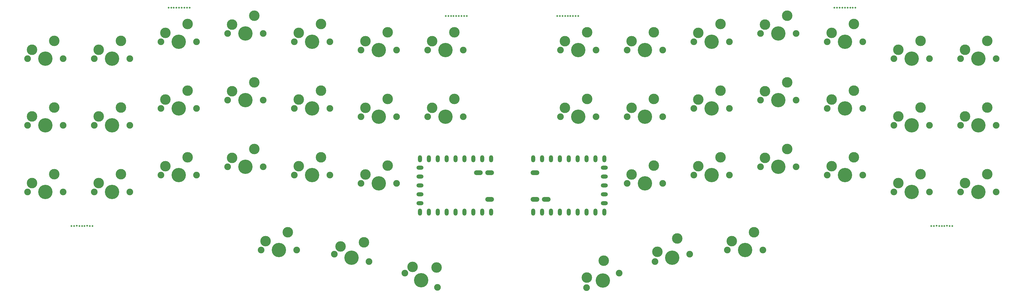
<source format=gts>
%TF.GenerationSoftware,KiCad,Pcbnew,9.0.0*%
%TF.CreationDate,2025-03-23T14:50:22-06:00*%
%TF.ProjectId,travyboard,74726176-7962-46f6-9172-642e6b696361,rev?*%
%TF.SameCoordinates,Original*%
%TF.FileFunction,Soldermask,Top*%
%TF.FilePolarity,Negative*%
%FSLAX46Y46*%
G04 Gerber Fmt 4.6, Leading zero omitted, Abs format (unit mm)*
G04 Created by KiCad (PCBNEW 9.0.0) date 2025-03-23 14:50:22*
%MOMM*%
%LPD*%
G01*
G04 APERTURE LIST*
%ADD10C,1.900000*%
%ADD11C,3.000000*%
%ADD12C,4.100000*%
%ADD13C,0.500000*%
%ADD14O,1.200000X2.000000*%
%ADD15O,2.000000X1.200000*%
%ADD16O,2.504000X1.354000*%
G04 APERTURE END LIST*
D10*
%TO.C,SW32*%
X285100794Y-54738831D03*
D11*
X286370794Y-52198831D03*
D12*
X290180794Y-54738831D03*
D11*
X292720794Y-49658831D03*
D10*
X295260794Y-54738831D03*
%TD*%
%TO.C,SW28*%
X208900730Y-52357831D03*
D11*
X210170730Y-49817831D03*
D12*
X213980730Y-52357831D03*
D11*
X216520730Y-47277831D03*
D10*
X219060730Y-52357831D03*
%TD*%
%TO.C,SW26*%
X285100794Y-35688815D03*
D11*
X286370794Y-33148815D03*
D12*
X290180794Y-35688815D03*
D11*
X292720794Y-30608815D03*
D10*
X295260794Y-35688815D03*
%TD*%
%TO.C,SW40*%
X237475778Y-90457847D03*
D11*
X238745778Y-87917847D03*
D12*
X242555778Y-90457847D03*
D11*
X245095778Y-85377847D03*
D10*
X247635778Y-90457847D03*
%TD*%
%TO.C,SW38*%
X285100794Y-73788847D03*
D11*
X286370794Y-71248847D03*
D12*
X290180794Y-73788847D03*
D11*
X292720794Y-68708847D03*
D10*
X295260794Y-73788847D03*
%TD*%
%TO.C,SW29*%
X227950762Y-49975831D03*
D11*
X229220762Y-47435831D03*
D12*
X233030762Y-49975831D03*
D11*
X235570762Y-44895831D03*
D10*
X238110762Y-49975831D03*
%TD*%
%TO.C,SW30*%
X247000762Y-47594831D03*
D11*
X248270762Y-45054831D03*
D12*
X252080762Y-47594831D03*
D11*
X254620762Y-42514831D03*
D10*
X257160762Y-47594831D03*
%TD*%
%TO.C,SW39*%
X304150810Y-73788847D03*
D11*
X305420810Y-71248847D03*
D12*
X309230810Y-73788847D03*
D11*
X311770810Y-68708847D03*
D10*
X314310810Y-73788847D03*
%TD*%
%TO.C,SW42*%
X197244864Y-101158893D03*
D11*
X197377897Y-98322204D03*
D12*
X201889992Y-99102395D03*
D11*
X202156058Y-93429018D03*
D10*
X206535120Y-97045897D03*
%TD*%
%TO.C,SW37*%
X266050778Y-69025847D03*
D11*
X267320778Y-66485847D03*
D12*
X271130778Y-69025847D03*
D11*
X273670778Y-63945847D03*
D10*
X276210778Y-69025847D03*
%TD*%
%TO.C,SW31*%
X266050778Y-49975831D03*
D11*
X267320778Y-47435831D03*
D12*
X271130778Y-49975831D03*
D11*
X273670778Y-44895831D03*
D10*
X276210778Y-49975831D03*
%TD*%
%TO.C,SW35*%
X227950746Y-69025847D03*
D11*
X229220746Y-66485847D03*
D12*
X233030746Y-69025847D03*
D11*
X235570746Y-63945847D03*
D10*
X238110746Y-69025847D03*
%TD*%
%TO.C,SW34*%
X208900730Y-71407847D03*
D11*
X210170730Y-68867847D03*
D12*
X213980730Y-71407847D03*
D11*
X216520730Y-66327847D03*
D10*
X219060730Y-71407847D03*
%TD*%
%TO.C,SW25*%
X266050778Y-30925815D03*
D11*
X267320778Y-28385815D03*
D12*
X271130778Y-30925815D03*
D11*
X273670778Y-25845815D03*
D10*
X276210778Y-30925815D03*
%TD*%
%TO.C,SW41*%
X216800791Y-93704798D03*
D11*
X217517821Y-90957005D03*
D12*
X221770884Y-92653811D03*
D11*
X223204943Y-87158224D03*
D10*
X226740977Y-91602824D03*
%TD*%
%TO.C,SW49*%
X189850730Y-33307815D03*
D11*
X191120730Y-30767815D03*
D12*
X194930730Y-33307815D03*
D11*
X197470730Y-28227815D03*
D10*
X200010730Y-33307815D03*
%TD*%
%TO.C,SW33*%
X304150810Y-54738831D03*
D11*
X305420810Y-52198831D03*
D12*
X309230810Y-54738831D03*
D11*
X311770810Y-49658831D03*
D10*
X314310810Y-54738831D03*
%TD*%
%TO.C,SW50*%
X189850730Y-52357831D03*
D11*
X191120730Y-49817831D03*
D12*
X194930730Y-52357831D03*
D11*
X197470730Y-47277831D03*
D10*
X200010730Y-52357831D03*
%TD*%
%TO.C,SW24*%
X247000762Y-28544815D03*
D11*
X248270762Y-26004815D03*
D12*
X252080762Y-28544815D03*
D11*
X254620762Y-23464815D03*
D10*
X257160762Y-28544815D03*
%TD*%
%TO.C,SW23*%
X227950746Y-30925815D03*
D11*
X229220746Y-28385815D03*
D12*
X233030746Y-30925815D03*
D11*
X235570746Y-25845815D03*
D10*
X238110746Y-30925815D03*
%TD*%
%TO.C,SW36*%
X247000762Y-66644847D03*
D11*
X248270762Y-64104847D03*
D12*
X252080762Y-66644847D03*
D11*
X254620762Y-61564847D03*
D10*
X257160762Y-66644847D03*
%TD*%
%TO.C,SW22*%
X208900730Y-33307815D03*
D11*
X210170730Y-30767815D03*
D12*
X213980730Y-33307815D03*
D11*
X216520730Y-28227815D03*
D10*
X219060730Y-33307815D03*
%TD*%
%TO.C,SW27*%
X304150810Y-35688815D03*
D11*
X305420810Y-33148815D03*
D12*
X309230810Y-35688815D03*
D11*
X311770810Y-30608815D03*
D10*
X314310810Y-35688815D03*
%TD*%
%TO.C,SW17*%
X113823766Y-69029601D03*
D11*
X115093766Y-66489601D03*
D12*
X118903766Y-69029601D03*
D11*
X121443766Y-63949601D03*
D10*
X123983766Y-69029601D03*
%TD*%
%TO.C,SW1*%
X37623734Y-35692073D03*
D11*
X38893734Y-33152073D03*
D12*
X42703734Y-35692073D03*
D11*
X45243734Y-30612073D03*
D10*
X47783734Y-35692073D03*
%TD*%
%TO.C,SW2*%
X56673750Y-35692073D03*
D11*
X57943750Y-33152073D03*
D12*
X61753750Y-35692073D03*
D11*
X64293750Y-30612073D03*
D10*
X66833750Y-35692073D03*
%TD*%
%TO.C,SW13*%
X37623734Y-73792105D03*
D11*
X38893734Y-71252105D03*
D12*
X42703734Y-73792105D03*
D11*
X45243734Y-68712105D03*
D10*
X47783734Y-73792105D03*
%TD*%
%TO.C,SW15*%
X75723766Y-69029601D03*
D11*
X76993766Y-66489601D03*
D12*
X80803766Y-69029601D03*
D11*
X83343766Y-63949601D03*
D10*
X85883766Y-69029601D03*
%TD*%
%TO.C,SW46*%
X151923766Y-52360585D03*
D11*
X153193766Y-49820585D03*
D12*
X157003766Y-52360585D03*
D11*
X159543766Y-47280585D03*
D10*
X162083766Y-52360585D03*
%TD*%
%TO.C,SW19*%
X104298790Y-90460869D03*
D11*
X105568790Y-87920869D03*
D12*
X109378790Y-90460869D03*
D11*
X111918790Y-85380869D03*
D10*
X114458790Y-90460869D03*
%TD*%
%TO.C,SW4*%
X94773750Y-28548073D03*
D11*
X96043750Y-26008073D03*
D12*
X99853750Y-28548073D03*
D11*
X102393750Y-23468073D03*
D10*
X104933750Y-28548073D03*
%TD*%
%TO.C,SW6*%
X132873750Y-33310073D03*
D11*
X134143750Y-30770073D03*
D12*
X137953750Y-33310073D03*
D11*
X140493750Y-28230073D03*
D10*
X143033750Y-33310073D03*
%TD*%
%TO.C,SW5*%
X113823750Y-30929073D03*
D11*
X115093750Y-28389073D03*
D12*
X118903750Y-30929073D03*
D11*
X121443750Y-25849073D03*
D10*
X123983750Y-30929073D03*
%TD*%
%TO.C,SW9*%
X75723766Y-49979585D03*
D11*
X76993766Y-47439585D03*
D12*
X80803766Y-49979585D03*
D11*
X83343766Y-44899585D03*
D10*
X85883766Y-49979585D03*
%TD*%
%TO.C,SW16*%
X94773766Y-66648601D03*
D11*
X96043766Y-64108601D03*
D12*
X99853766Y-66648601D03*
D11*
X102393766Y-61568601D03*
D10*
X104933766Y-66648601D03*
%TD*%
%TO.C,SW7*%
X37623734Y-54742089D03*
D11*
X38893734Y-52202089D03*
D12*
X42703734Y-54742089D03*
D11*
X45243734Y-49662089D03*
D10*
X47783734Y-54742089D03*
%TD*%
%TO.C,SW12*%
X132873766Y-52360585D03*
D11*
X134143766Y-49820585D03*
D12*
X137953766Y-52360585D03*
D11*
X140493766Y-47280585D03*
D10*
X143033766Y-52360585D03*
%TD*%
%TO.C,SW21*%
X145380237Y-97019022D03*
D11*
X147569736Y-95210544D03*
D12*
X150025401Y-99075439D03*
D11*
X154404400Y-95458483D03*
D10*
X154670565Y-101131856D03*
%TD*%
%TO.C,SW14*%
X56673750Y-73792105D03*
D11*
X57943750Y-71252105D03*
D12*
X61753750Y-73792105D03*
D11*
X64293750Y-68712105D03*
D10*
X66833750Y-73792105D03*
%TD*%
%TO.C,SW11*%
X113823766Y-49979585D03*
D11*
X115093766Y-47439585D03*
D12*
X118903766Y-49979585D03*
D11*
X121443766Y-44899585D03*
D10*
X123983766Y-49979585D03*
%TD*%
%TO.C,SW18*%
X132873766Y-71410601D03*
D11*
X134143766Y-68870601D03*
D12*
X137953766Y-71410601D03*
D11*
X140493766Y-66330601D03*
D10*
X143033766Y-71410601D03*
%TD*%
%TO.C,SW10*%
X94773766Y-47598585D03*
D11*
X96043766Y-45058585D03*
D12*
X99853766Y-47598585D03*
D11*
X102393766Y-42518585D03*
D10*
X104933766Y-47598585D03*
%TD*%
%TO.C,SW45*%
X151923750Y-33310073D03*
D11*
X153193750Y-30770073D03*
D12*
X157003750Y-33310073D03*
D11*
X159543750Y-28230073D03*
D10*
X162083750Y-33310073D03*
%TD*%
%TO.C,SW3*%
X75723750Y-30929073D03*
D11*
X76993750Y-28389073D03*
D12*
X80803750Y-30929073D03*
D11*
X83343750Y-25849073D03*
D10*
X85883750Y-30929073D03*
%TD*%
%TO.C,SW8*%
X56673750Y-54742089D03*
D11*
X57943750Y-52202089D03*
D12*
X61753750Y-54742089D03*
D11*
X64293750Y-49662089D03*
D10*
X66833750Y-54742089D03*
%TD*%
%TO.C,SW20*%
X125193573Y-91605932D03*
D11*
X126961551Y-89383602D03*
D12*
X130163684Y-92656833D03*
D11*
X133699640Y-88212172D03*
D10*
X135133795Y-93707734D03*
%TD*%
D13*
%TO.C,mouse-bite-5mm-10mm*%
X77864297Y-21194705D03*
X78614297Y-21194705D03*
X79364297Y-21194705D03*
X80104297Y-21194705D03*
X80864297Y-21194705D03*
X81614297Y-21194705D03*
X82374297Y-21194705D03*
X83104297Y-21194705D03*
X83864297Y-21194705D03*
%TD*%
%TO.C,mouse-bite-5mm-10mm*%
X157040793Y-23575953D03*
X157790793Y-23575953D03*
X158540793Y-23575953D03*
X159280793Y-23575953D03*
X160040793Y-23575953D03*
X160790793Y-23575953D03*
X161550793Y-23575953D03*
X162280793Y-23575953D03*
X163040793Y-23575953D03*
%TD*%
%TO.C,mouse-bite-5mm-10mm*%
X188889985Y-23575953D03*
X189639985Y-23575953D03*
X190389985Y-23575953D03*
X191129985Y-23575953D03*
X191889985Y-23575953D03*
X192639985Y-23575953D03*
X193399985Y-23575953D03*
X194129985Y-23575953D03*
X194889985Y-23575953D03*
%TD*%
%TO.C,mouse-bite-5mm-10mm*%
X268066481Y-21194705D03*
X268816481Y-21194705D03*
X269566481Y-21194705D03*
X270306481Y-21194705D03*
X271066481Y-21194705D03*
X271816481Y-21194705D03*
X272576481Y-21194705D03*
X273306481Y-21194705D03*
X274066481Y-21194705D03*
%TD*%
%TO.C,mouse-bite-5mm-10mm*%
X295748489Y-83527305D03*
X296498489Y-83527305D03*
X297238489Y-83517305D03*
X297998489Y-83527305D03*
X298758489Y-83527305D03*
X299498489Y-83527305D03*
X300248489Y-83517305D03*
X300998489Y-83527305D03*
X301748489Y-83527305D03*
%TD*%
%TO.C,mouse-bite-5mm-10mm*%
X50121686Y-83526929D03*
X50871686Y-83526929D03*
X51611686Y-83516929D03*
X52371686Y-83526929D03*
X53131686Y-83526929D03*
X53871686Y-83526929D03*
X54621686Y-83516929D03*
X55371686Y-83526929D03*
X56121686Y-83526929D03*
%TD*%
D14*
%TO.C,U2*%
X181982633Y-64337830D03*
X184522633Y-64337830D03*
X187062633Y-64337830D03*
X189602633Y-64337830D03*
X187062633Y-79577830D03*
X192142633Y-64337830D03*
X194682633Y-64337830D03*
X181982633Y-79577830D03*
X197222633Y-64337830D03*
X199762633Y-64337830D03*
X202302633Y-64337830D03*
D15*
X202302633Y-66877830D03*
X202302633Y-69417830D03*
X202302633Y-71957830D03*
X202302633Y-74497830D03*
X202302633Y-77037830D03*
D14*
X202302633Y-79577830D03*
X199762633Y-79577830D03*
X197222633Y-79577830D03*
X194682633Y-79577830D03*
X192142633Y-79577830D03*
X189602633Y-79577830D03*
X184522633Y-79577830D03*
%TD*%
%TO.C,U1*%
X169966490Y-79548026D03*
X167426490Y-79548026D03*
X164886490Y-79548026D03*
X162346490Y-79548026D03*
X164886490Y-64308026D03*
X159806490Y-79548026D03*
X157266490Y-79548026D03*
X169966490Y-64308026D03*
X154726490Y-79548026D03*
X152186490Y-79548026D03*
X149646490Y-79548026D03*
D15*
X149646490Y-77008026D03*
X149646490Y-74468026D03*
X149646490Y-71928026D03*
X149646490Y-69388026D03*
X149646490Y-66848026D03*
D14*
X149646490Y-64308026D03*
X152186490Y-64308026D03*
X154726490Y-64308026D03*
X157266490Y-64308026D03*
X159806490Y-64308026D03*
X162346490Y-64308026D03*
X167426490Y-64308026D03*
%TD*%
D16*
%TO.C,J1*%
X169588734Y-75921823D03*
X166338734Y-68321823D03*
X169588734Y-68321823D03*
%TD*%
%TO.C,J2*%
X182518710Y-68322298D03*
X185768710Y-75922298D03*
X182518710Y-75922298D03*
%TD*%
M02*

</source>
